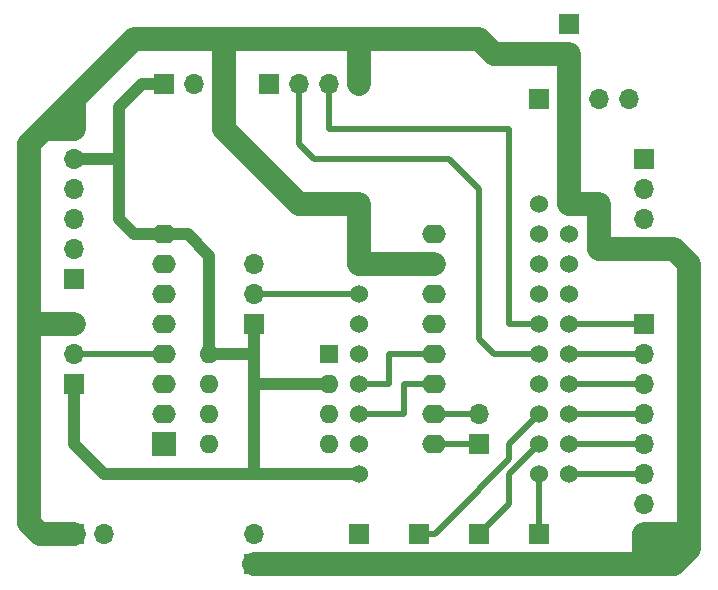
<source format=gbr>
G04 #@! TF.GenerationSoftware,KiCad,Pcbnew,5.1.4+dfsg1-1*
G04 #@! TF.CreationDate,2019-10-31T22:05:16+07:00*
G04 #@! TF.ProjectId,myFarm,6d794661-726d-42e6-9b69-6361645f7063,rev?*
G04 #@! TF.SameCoordinates,Original*
G04 #@! TF.FileFunction,Copper,L1,Top*
G04 #@! TF.FilePolarity,Positive*
%FSLAX46Y46*%
G04 Gerber Fmt 4.6, Leading zero omitted, Abs format (unit mm)*
G04 Created by KiCad (PCBNEW 5.1.4+dfsg1-1) date 2019-10-31 22:05:16*
%MOMM*%
%LPD*%
G04 APERTURE LIST*
%ADD10O,1.700000X1.700000*%
%ADD11R,1.700000X1.700000*%
%ADD12O,1.600000X1.600000*%
%ADD13R,1.600000X1.600000*%
%ADD14O,2.000000X1.600000*%
%ADD15R,2.000000X2.000000*%
%ADD16C,1.524000*%
%ADD17C,1.000000*%
%ADD18C,0.500000*%
%ADD19C,2.000000*%
%ADD20C,0.250000*%
G04 APERTURE END LIST*
D10*
X104140000Y-96520000D03*
D11*
X104140000Y-93980000D03*
D10*
X118110000Y-93980000D03*
X118110000Y-91440000D03*
X118110000Y-88900000D03*
X118110000Y-86360000D03*
X118110000Y-83820000D03*
X118110000Y-81280000D03*
X118110000Y-78740000D03*
D11*
X118110000Y-76200000D03*
D10*
X85090000Y-93980000D03*
D11*
X85090000Y-96520000D03*
D10*
X109220000Y-96520000D03*
D11*
X109220000Y-93980000D03*
D10*
X99060000Y-96520000D03*
D11*
X99060000Y-93980000D03*
D10*
X93980000Y-96520000D03*
D11*
X93980000Y-93980000D03*
D10*
X104140000Y-83820000D03*
D11*
X104140000Y-86360000D03*
D10*
X69850000Y-59690000D03*
X69850000Y-62230000D03*
X69850000Y-64770000D03*
X69850000Y-67310000D03*
X69850000Y-69850000D03*
D11*
X69850000Y-72390000D03*
D10*
X72390000Y-93980000D03*
D11*
X69850000Y-93980000D03*
D12*
X81280000Y-78740000D03*
X91440000Y-86360000D03*
X81280000Y-81280000D03*
X91440000Y-83820000D03*
X81280000Y-83820000D03*
X91440000Y-81280000D03*
X81280000Y-86360000D03*
D13*
X91440000Y-78740000D03*
D14*
X77470000Y-83820000D03*
D15*
X77470000Y-86360000D03*
D14*
X77470000Y-81280000D03*
X77470000Y-78740000D03*
X77470000Y-76200000D03*
X77470000Y-73660000D03*
X77470000Y-71120000D03*
X77470000Y-68580000D03*
X100330000Y-68580000D03*
X100330000Y-71120000D03*
X100330000Y-73660000D03*
X100330000Y-76200000D03*
X100330000Y-78740000D03*
X100330000Y-81280000D03*
X100330000Y-83820000D03*
X100330000Y-86360000D03*
D11*
X109220000Y-57150000D03*
D10*
X111760000Y-57150000D03*
X114300000Y-57150000D03*
X116840000Y-57150000D03*
X85090000Y-71120000D03*
X85090000Y-73660000D03*
D11*
X85090000Y-76200000D03*
X118110000Y-62230000D03*
D10*
X118110000Y-64770000D03*
X118110000Y-67310000D03*
X118110000Y-69850000D03*
X93980000Y-55880000D03*
X91440000Y-55880000D03*
X88900000Y-55880000D03*
D11*
X86360000Y-55880000D03*
D10*
X69850000Y-76200000D03*
X69850000Y-78740000D03*
D11*
X69850000Y-81280000D03*
X77470000Y-55880000D03*
D10*
X80010000Y-55880000D03*
D11*
X111760000Y-50800000D03*
D10*
X111760000Y-53340000D03*
D16*
X111760000Y-76200000D03*
X111760000Y-73660000D03*
X111760000Y-71120000D03*
X111760000Y-81280000D03*
X111760000Y-86360000D03*
X111760000Y-83820000D03*
X111760000Y-66040000D03*
X111760000Y-68580000D03*
X111760000Y-78740000D03*
X111760000Y-88900000D03*
X109220000Y-78740000D03*
X109220000Y-88900000D03*
X109220000Y-83820000D03*
X109220000Y-81280000D03*
X109220000Y-73660000D03*
X109220000Y-76200000D03*
X109220000Y-71120000D03*
X109220000Y-66040000D03*
X109220000Y-68580000D03*
X109220000Y-86360000D03*
X93980000Y-88900000D03*
X93980000Y-86360000D03*
X93980000Y-83820000D03*
X93980000Y-81280000D03*
X93980000Y-78740000D03*
X93980000Y-76200000D03*
X93980000Y-73660000D03*
X93980000Y-71120000D03*
X93980000Y-68580000D03*
X93980000Y-66040000D03*
D17*
X77470000Y-68580000D02*
X79470000Y-68580000D01*
X73660000Y-57840000D02*
X75620000Y-55880000D01*
X75620000Y-55880000D02*
X77470000Y-55880000D01*
X74930000Y-68580000D02*
X73660000Y-67310000D01*
X77470000Y-68580000D02*
X74930000Y-68580000D01*
X69850000Y-81280000D02*
X69850000Y-86360000D01*
X69850000Y-86360000D02*
X72390000Y-88900000D01*
X72390000Y-88900000D02*
X82550000Y-88900000D01*
X93980000Y-88900000D02*
X85090000Y-88900000D01*
X85090000Y-88900000D02*
X82550000Y-88900000D01*
X81280000Y-78740000D02*
X85090000Y-78740000D01*
X91440000Y-81280000D02*
X85090000Y-81280000D01*
X85090000Y-78740000D02*
X85090000Y-81280000D01*
X85090000Y-81280000D02*
X85090000Y-88900000D01*
X69850000Y-62230000D02*
X73660000Y-62230000D01*
X73660000Y-67310000D02*
X73660000Y-62230000D01*
X73660000Y-62230000D02*
X73660000Y-57840000D01*
X81280000Y-70390000D02*
X79470000Y-68580000D01*
X81280000Y-78740000D02*
X81280000Y-70390000D01*
X85090000Y-78740000D02*
X85090000Y-76200000D01*
D18*
X106680000Y-76200000D02*
X109220000Y-76200000D01*
X106680000Y-59690000D02*
X106680000Y-76200000D01*
X91440000Y-55880000D02*
X91440000Y-59690000D01*
X91440000Y-59690000D02*
X106680000Y-59690000D01*
X105410000Y-78740000D02*
X109220000Y-78740000D01*
X88900000Y-55880000D02*
X88900000Y-60960000D01*
X104140000Y-77470000D02*
X105410000Y-78740000D01*
X90170000Y-62230000D02*
X101600000Y-62230000D01*
X88900000Y-60960000D02*
X90170000Y-62230000D01*
X104140000Y-64770000D02*
X104140000Y-77470000D01*
X101600000Y-62230000D02*
X104140000Y-64770000D01*
X111760000Y-78740000D02*
X118110000Y-78740000D01*
X111760000Y-76200000D02*
X118110000Y-76200000D01*
X93980000Y-83820000D02*
X97790000Y-83820000D01*
X97790000Y-83820000D02*
X97790000Y-81280000D01*
X97790000Y-81280000D02*
X100330000Y-81280000D01*
X93980000Y-81280000D02*
X96520000Y-81280000D01*
X96520000Y-81280000D02*
X96520000Y-78740000D01*
X96520000Y-78740000D02*
X100330000Y-78740000D01*
D19*
X111760000Y-66040000D02*
X114300000Y-66040000D01*
X114300000Y-66040000D02*
X114300000Y-69850000D01*
X114300000Y-69850000D02*
X118110000Y-69850000D01*
X93980000Y-66040000D02*
X93980000Y-71120000D01*
X88900000Y-52070000D02*
X91507919Y-52070000D01*
X69850000Y-57150000D02*
X74930000Y-52070000D01*
X111760000Y-66040000D02*
X111760000Y-53340000D01*
X111760000Y-53340000D02*
X105410000Y-53340000D01*
X104140000Y-52070000D02*
X96587919Y-52070000D01*
X105410000Y-53340000D02*
X104140000Y-52070000D01*
X93980000Y-55880000D02*
X93980000Y-52070000D01*
X96587919Y-52070000D02*
X93980000Y-52070000D01*
X93980000Y-52070000D02*
X91507919Y-52070000D01*
X74930000Y-52070000D02*
X81280000Y-52070000D01*
X82550000Y-59690000D02*
X82550000Y-52070000D01*
X82550000Y-52070000D02*
X88900000Y-52070000D01*
X81280000Y-52070000D02*
X82550000Y-52070000D01*
X93980000Y-66040000D02*
X88900000Y-66040000D01*
X82550000Y-59690000D02*
X88900000Y-66040000D01*
X120650000Y-69850000D02*
X118110000Y-69850000D01*
X121920000Y-93980000D02*
X121920000Y-71120000D01*
X121920000Y-71120000D02*
X120650000Y-69850000D01*
X69850000Y-59690000D02*
X69850000Y-57150000D01*
X66040000Y-60960000D02*
X66040000Y-76200000D01*
X69850000Y-59690000D02*
X67310000Y-59690000D01*
X66040000Y-76200000D02*
X69850000Y-76200000D01*
X67310000Y-59690000D02*
X66040000Y-60960000D01*
X93980000Y-71120000D02*
X100330000Y-71120000D01*
X67000000Y-93980000D02*
X69850000Y-93980000D01*
X66040000Y-93020000D02*
X67000000Y-93980000D01*
X66040000Y-76200000D02*
X66040000Y-93020000D01*
D18*
X118030000Y-93980000D02*
X119380000Y-93980000D01*
D19*
X121920000Y-93980000D02*
X121920000Y-95250000D01*
X93980000Y-96520000D02*
X85090000Y-96520000D01*
X118110000Y-95250000D02*
X119380000Y-96520000D01*
X118110000Y-93980000D02*
X118110000Y-95250000D01*
X93980000Y-96520000D02*
X119380000Y-96520000D01*
X119380000Y-96520000D02*
X120650000Y-96520000D01*
X118110000Y-93980000D02*
X121920000Y-93980000D01*
X118110000Y-93980000D02*
X119380000Y-93980000D01*
X119380000Y-93980000D02*
X119380000Y-95250000D01*
X120650000Y-95250000D02*
X121285000Y-95885000D01*
X120650000Y-96520000D02*
X121285000Y-95885000D01*
X119380000Y-95250000D02*
X120650000Y-95250000D01*
X121285000Y-95885000D02*
X121920000Y-95250000D01*
X66040000Y-60960000D02*
X69850000Y-57150000D01*
D20*
X69850000Y-78740000D02*
X71120000Y-78740000D01*
D18*
X69850000Y-78740000D02*
X77470000Y-78740000D01*
X111760000Y-88900000D02*
X118110000Y-88900000D01*
X111760000Y-86360000D02*
X118110000Y-86360000D01*
X111760000Y-83820000D02*
X118110000Y-83820000D01*
X111760000Y-81280000D02*
X118110000Y-81280000D01*
X93980000Y-73660000D02*
X85090000Y-73660000D01*
X100330000Y-83820000D02*
X104140000Y-83820000D01*
X100330000Y-86360000D02*
X104140000Y-86360000D01*
X109220000Y-83820000D02*
X106680000Y-86360000D01*
X106680000Y-86360000D02*
X106680000Y-87630000D01*
X106680000Y-87630000D02*
X104140000Y-90170000D01*
X100410000Y-93980000D02*
X99060000Y-93980000D01*
X104140000Y-90250000D02*
X100410000Y-93980000D01*
X104140000Y-90170000D02*
X104140000Y-90250000D01*
X109220000Y-86360000D02*
X106680000Y-88900000D01*
X106680000Y-88900000D02*
X106680000Y-91440000D01*
X106680000Y-91440000D02*
X104140000Y-93980000D01*
X109220000Y-88900000D02*
X109220000Y-93980000D01*
M02*

</source>
